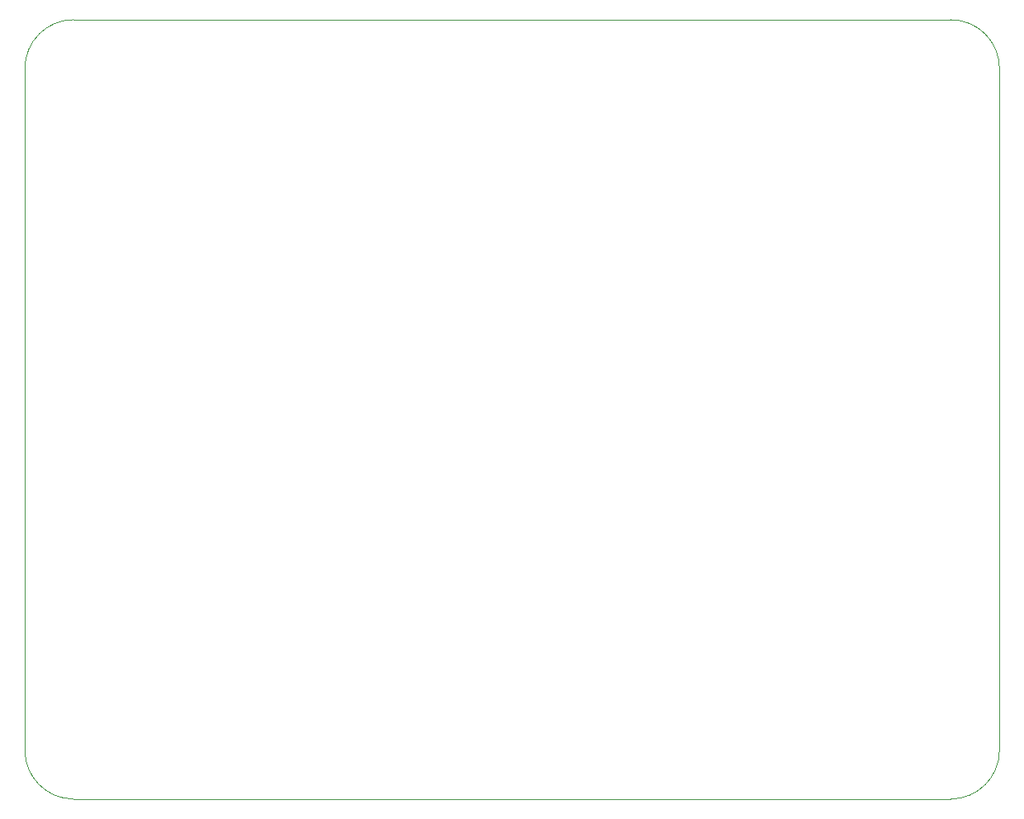
<source format=gm1>
G04 #@! TF.GenerationSoftware,KiCad,Pcbnew,(6.0.0-rc1-57-gf03efa1cba)*
G04 #@! TF.CreationDate,2022-06-21T22:52:06+02:00*
G04 #@! TF.ProjectId,FilamentDryer,46696c61-6d65-46e7-9444-727965722e6b,3.7*
G04 #@! TF.SameCoordinates,Original*
G04 #@! TF.FileFunction,Profile,NP*
%FSLAX46Y46*%
G04 Gerber Fmt 4.6, Leading zero omitted, Abs format (unit mm)*
G04 Created by KiCad (PCBNEW (6.0.0-rc1-57-gf03efa1cba)) date 2022-06-21 22:52:06*
%MOMM*%
%LPD*%
G01*
G04 APERTURE LIST*
G04 #@! TA.AperFunction,Profile*
%ADD10C,0.100000*%
G04 #@! TD*
G04 APERTURE END LIST*
D10*
X221000000Y-131000000D02*
X131000000Y-131000000D01*
X221000000Y-131000000D02*
G75*
G03*
X226000000Y-126000000I0J5000000D01*
G01*
X126000000Y-56000000D02*
X126000000Y-126000000D01*
X131000000Y-51000000D02*
G75*
G03*
X126000000Y-56000000I0J-5000000D01*
G01*
X221000000Y-51000000D02*
X131000000Y-51000000D01*
X226000000Y-56000000D02*
G75*
G03*
X221000000Y-51000000I-5000000J0D01*
G01*
X126000000Y-126000000D02*
G75*
G03*
X131000000Y-131000000I5000000J0D01*
G01*
X226000000Y-56000000D02*
X226000000Y-126000000D01*
M02*

</source>
